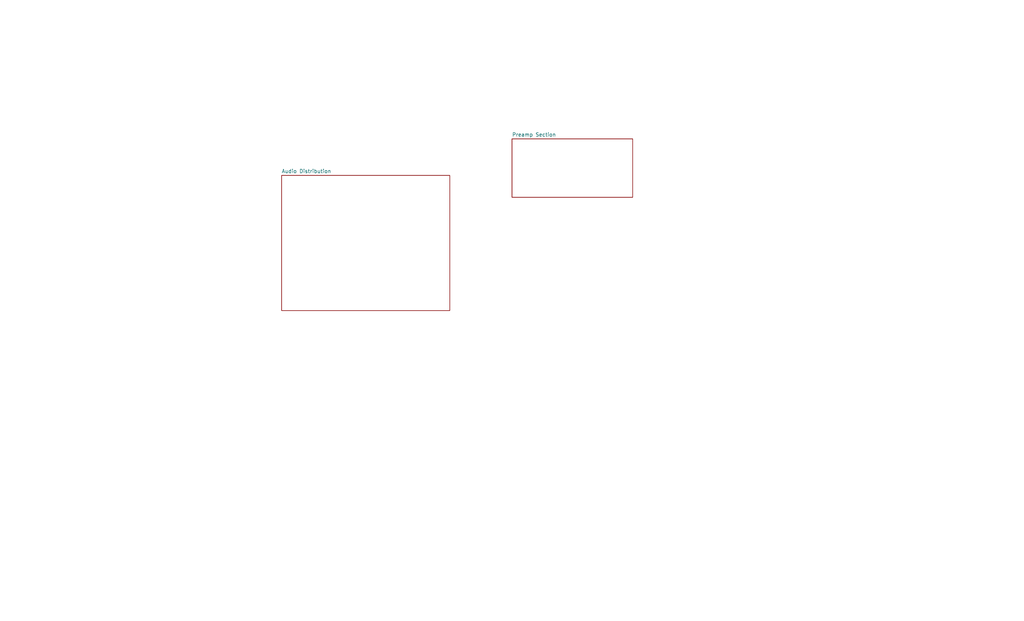
<source format=kicad_sch>
(kicad_sch
	(version 20231120)
	(generator "eeschema")
	(generator_version "8.0")
	(uuid "b0777fa3-ada7-48e4-a366-91ccc2f25800")
	(paper "USLegal")
	(title_block
		(title "Mama Bear 2")
	)
	(lib_symbols)
	(sheet
		(at 97.79 60.96)
		(size 58.42 46.99)
		(fields_autoplaced yes)
		(stroke
			(width 0.1524)
			(type solid)
		)
		(fill
			(color 0 0 0 0.0000)
		)
		(uuid "24469854-45c8-436d-83ea-8f35cd115324")
		(property "Sheetname" "Audio Distribution"
			(at 97.79 60.2484 0)
			(effects
				(font
					(size 1.27 1.27)
				)
				(justify left bottom)
			)
		)
		(property "Sheetfile" "AudioDistribution.kicad_sch"
			(at 97.79 108.5346 0)
			(effects
				(font
					(size 1.27 1.27)
				)
				(justify left top)
				(hide yes)
			)
		)
		(instances
			(project "Mama Bear 2"
				(path "/b0777fa3-ada7-48e4-a366-91ccc2f25800"
					(page "3")
				)
			)
		)
	)
	(sheet
		(at 177.8 48.26)
		(size 41.91 20.32)
		(fields_autoplaced yes)
		(stroke
			(width 0.1524)
			(type solid)
		)
		(fill
			(color 0 0 0 0.0000)
		)
		(uuid "7ce71e19-2002-400e-87bd-5fa9c0bc2f8d")
		(property "Sheetname" "Preamp Section"
			(at 177.8 47.5484 0)
			(effects
				(font
					(size 1.27 1.27)
				)
				(justify left bottom)
			)
		)
		(property "Sheetfile" "PreampSection.kicad_sch"
			(at 177.8 69.1646 0)
			(effects
				(font
					(size 1.27 1.27)
				)
				(justify left top)
				(hide yes)
			)
		)
		(instances
			(project "Mama Bear 2"
				(path "/b0777fa3-ada7-48e4-a366-91ccc2f25800"
					(page "2")
				)
			)
		)
	)
	(sheet_instances
		(path "/"
			(page "1")
		)
	)
)

</source>
